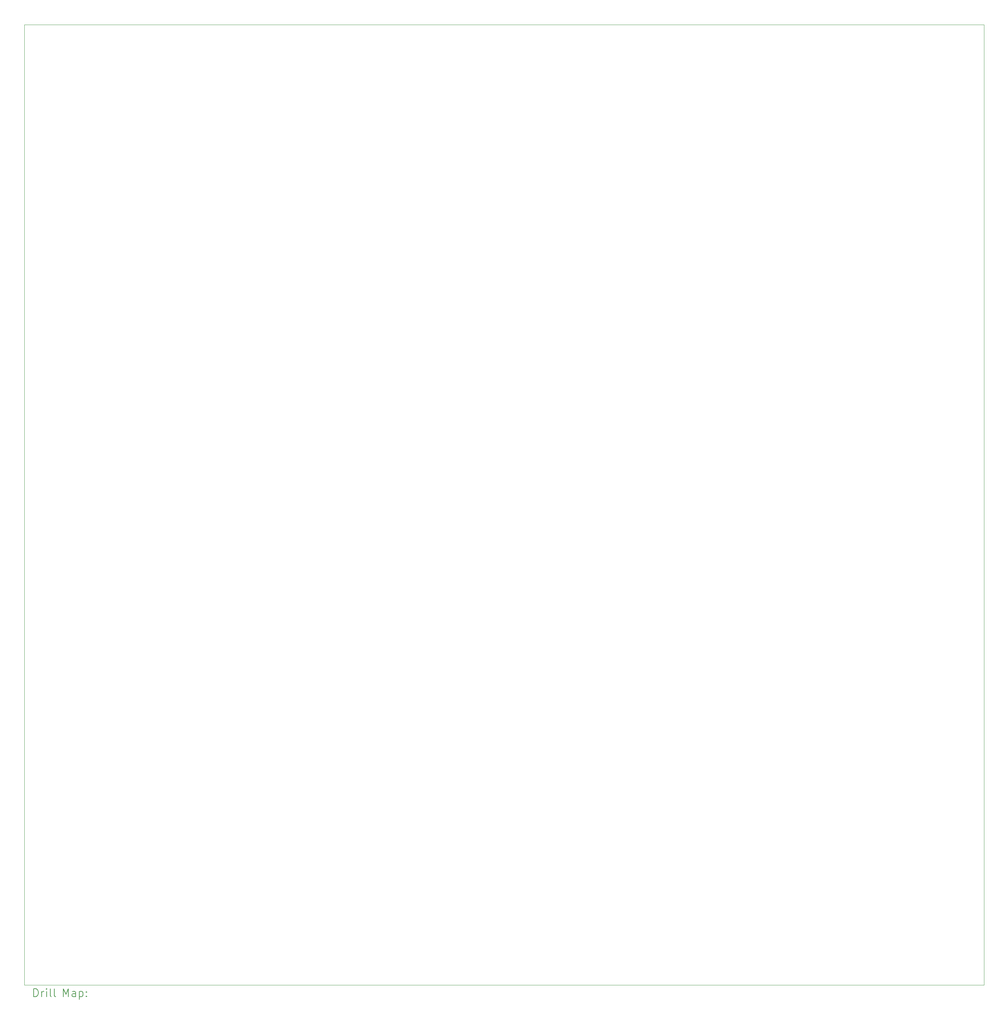
<source format=gbr>
%TF.GenerationSoftware,KiCad,Pcbnew,(7.0.0)*%
%TF.CreationDate,2023-03-30T16:00:36-05:00*%
%TF.ProjectId,Wrap030-ATX,57726170-3033-4302-9d49-54582e6b6963,1*%
%TF.SameCoordinates,Original*%
%TF.FileFunction,Drillmap*%
%TF.FilePolarity,Positive*%
%FSLAX45Y45*%
G04 Gerber Fmt 4.5, Leading zero omitted, Abs format (unit mm)*
G04 Created by KiCad (PCBNEW (7.0.0)) date 2023-03-30 16:00:36*
%MOMM*%
%LPD*%
G01*
G04 APERTURE LIST*
%ADD10C,0.100000*%
%ADD11C,0.200000*%
G04 APERTURE END LIST*
D10*
X2921000Y-2159000D02*
X27305000Y-2159000D01*
X27305000Y-2159000D02*
X27305000Y-26543000D01*
X27305000Y-26543000D02*
X2921000Y-26543000D01*
X2921000Y-26543000D02*
X2921000Y-2159000D01*
D11*
X3163619Y-26841476D02*
X3163619Y-26641476D01*
X3163619Y-26641476D02*
X3211238Y-26641476D01*
X3211238Y-26641476D02*
X3239809Y-26651000D01*
X3239809Y-26651000D02*
X3258857Y-26670048D01*
X3258857Y-26670048D02*
X3268381Y-26689095D01*
X3268381Y-26689095D02*
X3277905Y-26727190D01*
X3277905Y-26727190D02*
X3277905Y-26755762D01*
X3277905Y-26755762D02*
X3268381Y-26793857D01*
X3268381Y-26793857D02*
X3258857Y-26812905D01*
X3258857Y-26812905D02*
X3239809Y-26831952D01*
X3239809Y-26831952D02*
X3211238Y-26841476D01*
X3211238Y-26841476D02*
X3163619Y-26841476D01*
X3363619Y-26841476D02*
X3363619Y-26708143D01*
X3363619Y-26746238D02*
X3373143Y-26727190D01*
X3373143Y-26727190D02*
X3382667Y-26717667D01*
X3382667Y-26717667D02*
X3401714Y-26708143D01*
X3401714Y-26708143D02*
X3420762Y-26708143D01*
X3487428Y-26841476D02*
X3487428Y-26708143D01*
X3487428Y-26641476D02*
X3477905Y-26651000D01*
X3477905Y-26651000D02*
X3487428Y-26660524D01*
X3487428Y-26660524D02*
X3496952Y-26651000D01*
X3496952Y-26651000D02*
X3487428Y-26641476D01*
X3487428Y-26641476D02*
X3487428Y-26660524D01*
X3611238Y-26841476D02*
X3592190Y-26831952D01*
X3592190Y-26831952D02*
X3582667Y-26812905D01*
X3582667Y-26812905D02*
X3582667Y-26641476D01*
X3716000Y-26841476D02*
X3696952Y-26831952D01*
X3696952Y-26831952D02*
X3687428Y-26812905D01*
X3687428Y-26812905D02*
X3687428Y-26641476D01*
X3912190Y-26841476D02*
X3912190Y-26641476D01*
X3912190Y-26641476D02*
X3978857Y-26784333D01*
X3978857Y-26784333D02*
X4045524Y-26641476D01*
X4045524Y-26641476D02*
X4045524Y-26841476D01*
X4226476Y-26841476D02*
X4226476Y-26736714D01*
X4226476Y-26736714D02*
X4216952Y-26717667D01*
X4216952Y-26717667D02*
X4197905Y-26708143D01*
X4197905Y-26708143D02*
X4159809Y-26708143D01*
X4159809Y-26708143D02*
X4140762Y-26717667D01*
X4226476Y-26831952D02*
X4207429Y-26841476D01*
X4207429Y-26841476D02*
X4159809Y-26841476D01*
X4159809Y-26841476D02*
X4140762Y-26831952D01*
X4140762Y-26831952D02*
X4131238Y-26812905D01*
X4131238Y-26812905D02*
X4131238Y-26793857D01*
X4131238Y-26793857D02*
X4140762Y-26774809D01*
X4140762Y-26774809D02*
X4159809Y-26765286D01*
X4159809Y-26765286D02*
X4207429Y-26765286D01*
X4207429Y-26765286D02*
X4226476Y-26755762D01*
X4321714Y-26708143D02*
X4321714Y-26908143D01*
X4321714Y-26717667D02*
X4340762Y-26708143D01*
X4340762Y-26708143D02*
X4378857Y-26708143D01*
X4378857Y-26708143D02*
X4397905Y-26717667D01*
X4397905Y-26717667D02*
X4407429Y-26727190D01*
X4407429Y-26727190D02*
X4416952Y-26746238D01*
X4416952Y-26746238D02*
X4416952Y-26803381D01*
X4416952Y-26803381D02*
X4407429Y-26822428D01*
X4407429Y-26822428D02*
X4397905Y-26831952D01*
X4397905Y-26831952D02*
X4378857Y-26841476D01*
X4378857Y-26841476D02*
X4340762Y-26841476D01*
X4340762Y-26841476D02*
X4321714Y-26831952D01*
X4502667Y-26822428D02*
X4512190Y-26831952D01*
X4512190Y-26831952D02*
X4502667Y-26841476D01*
X4502667Y-26841476D02*
X4493143Y-26831952D01*
X4493143Y-26831952D02*
X4502667Y-26822428D01*
X4502667Y-26822428D02*
X4502667Y-26841476D01*
X4502667Y-26717667D02*
X4512190Y-26727190D01*
X4512190Y-26727190D02*
X4502667Y-26736714D01*
X4502667Y-26736714D02*
X4493143Y-26727190D01*
X4493143Y-26727190D02*
X4502667Y-26717667D01*
X4502667Y-26717667D02*
X4502667Y-26736714D01*
M02*

</source>
